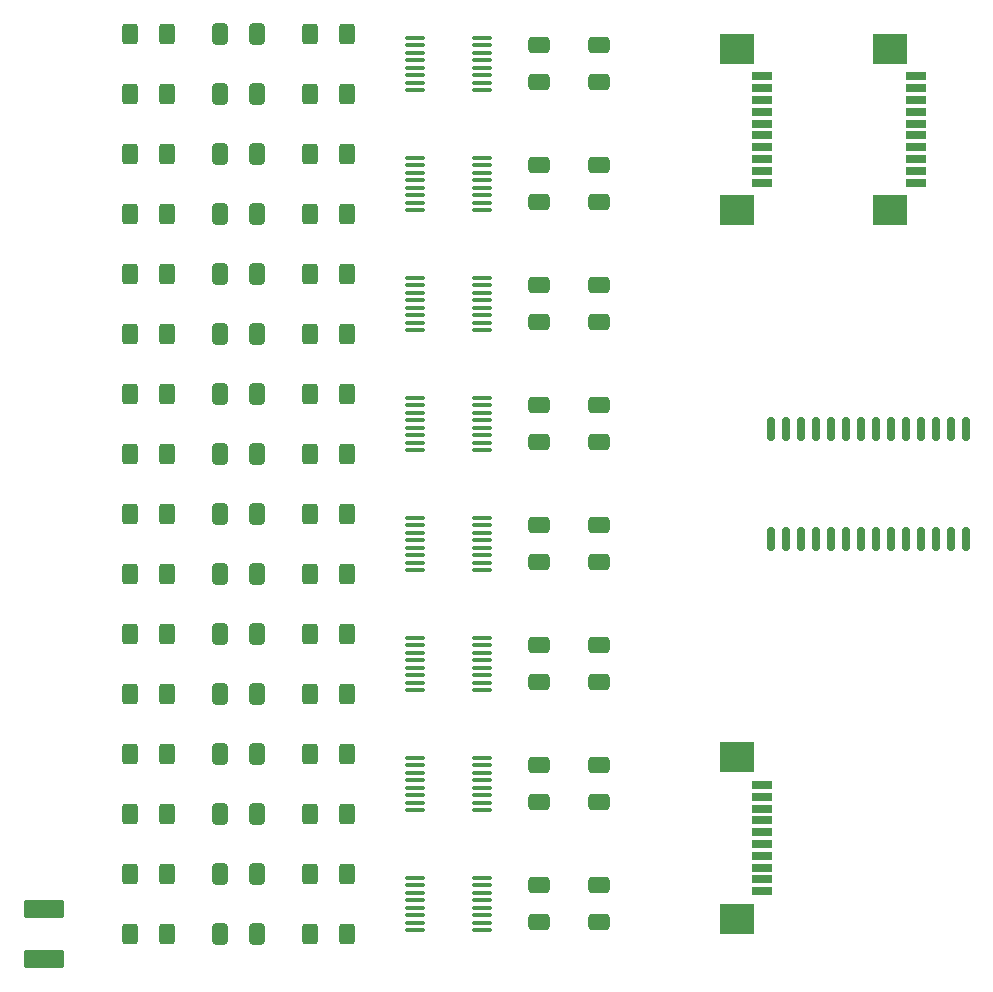
<source format=gbr>
%TF.GenerationSoftware,KiCad,Pcbnew,8.0.3-8.0.3-0~ubuntu22.04.1*%
%TF.CreationDate,2024-10-28T11:08:21+03:00*%
%TF.ProjectId,PM-DI16-DC24sink,504d2d44-4931-4362-9d44-43323473696e,rev?*%
%TF.SameCoordinates,Original*%
%TF.FileFunction,Paste,Top*%
%TF.FilePolarity,Positive*%
%FSLAX46Y46*%
G04 Gerber Fmt 4.6, Leading zero omitted, Abs format (unit mm)*
G04 Created by KiCad (PCBNEW 8.0.3-8.0.3-0~ubuntu22.04.1) date 2024-10-28 11:08:21*
%MOMM*%
%LPD*%
G01*
G04 APERTURE LIST*
G04 Aperture macros list*
%AMRoundRect*
0 Rectangle with rounded corners*
0 $1 Rounding radius*
0 $2 $3 $4 $5 $6 $7 $8 $9 X,Y pos of 4 corners*
0 Add a 4 corners polygon primitive as box body*
4,1,4,$2,$3,$4,$5,$6,$7,$8,$9,$2,$3,0*
0 Add four circle primitives for the rounded corners*
1,1,$1+$1,$2,$3*
1,1,$1+$1,$4,$5*
1,1,$1+$1,$6,$7*
1,1,$1+$1,$8,$9*
0 Add four rect primitives between the rounded corners*
20,1,$1+$1,$2,$3,$4,$5,0*
20,1,$1+$1,$4,$5,$6,$7,0*
20,1,$1+$1,$6,$7,$8,$9,0*
20,1,$1+$1,$8,$9,$2,$3,0*%
G04 Aperture macros list end*
%ADD10RoundRect,0.250000X-0.400000X-0.625000X0.400000X-0.625000X0.400000X0.625000X-0.400000X0.625000X0*%
%ADD11RoundRect,0.250000X-0.650000X0.412500X-0.650000X-0.412500X0.650000X-0.412500X0.650000X0.412500X0*%
%ADD12O,1.649999X0.399999*%
%ADD13RoundRect,0.250000X0.412500X0.650000X-0.412500X0.650000X-0.412500X-0.650000X0.412500X-0.650000X0*%
%ADD14R,1.803400X0.635000*%
%ADD15R,2.997200X2.590800*%
%ADD16RoundRect,0.150000X0.150000X-0.875000X0.150000X0.875000X-0.150000X0.875000X-0.150000X-0.875000X0*%
%ADD17RoundRect,0.250000X1.450000X-0.537500X1.450000X0.537500X-1.450000X0.537500X-1.450000X-0.537500X0*%
G04 APERTURE END LIST*
D10*
%TO.C,R9*%
X-11710000Y38100000D03*
X-8610000Y38100000D03*
%TD*%
D11*
%TO.C,C12*%
X12700000Y16802500D03*
X12700000Y13677500D03*
%TD*%
D12*
%TO.C,U4*%
X2825001Y13017500D03*
X2825001Y13652500D03*
X2825001Y14287500D03*
X2825001Y14922500D03*
X2825001Y15557500D03*
X2825001Y16192500D03*
X2825001Y16827500D03*
X2825001Y17462500D03*
X-2824998Y17462500D03*
X-2824998Y16827500D03*
X-2824998Y16192500D03*
X-2824998Y15557500D03*
X-2824998Y14922500D03*
X-2824998Y14287500D03*
X-2824998Y13652500D03*
X-2824998Y13017500D03*
%TD*%
D13*
%TO.C,C18*%
X-16217500Y-2540000D03*
X-19342500Y-2540000D03*
%TD*%
D10*
%TO.C,R28*%
X-11710000Y-17780000D03*
X-8610000Y-17780000D03*
%TD*%
%TO.C,R3*%
X-26950000Y27940000D03*
X-23850000Y27940000D03*
%TD*%
D13*
%TO.C,C3*%
X-16217500Y27940000D03*
X-19342500Y27940000D03*
%TD*%
D10*
%TO.C,R24*%
X-26950000Y-38100000D03*
X-23850000Y-38100000D03*
%TD*%
D13*
%TO.C,C7*%
X-16217500Y22860000D03*
X-19342500Y22860000D03*
%TD*%
D10*
%TO.C,R5*%
X-26950000Y17780000D03*
X-23850000Y17780000D03*
%TD*%
D11*
%TO.C,C29*%
X12700000Y-33997500D03*
X12700000Y-37122500D03*
%TD*%
D10*
%TO.C,R29*%
X-11710000Y-22860000D03*
X-8610000Y-22860000D03*
%TD*%
%TO.C,R8*%
X-26950000Y2540000D03*
X-23850000Y2540000D03*
%TD*%
D13*
%TO.C,C22*%
X-16217500Y-7620000D03*
X-19342500Y-7620000D03*
%TD*%
D11*
%TO.C,C28*%
X12700000Y-23837500D03*
X12700000Y-26962500D03*
%TD*%
D13*
%TO.C,C5*%
X-16217500Y7620000D03*
X-19342500Y7620000D03*
%TD*%
D11*
%TO.C,C17*%
X7620000Y6642500D03*
X7620000Y3517500D03*
%TD*%
D13*
%TO.C,C24*%
X-16217500Y-27940000D03*
X-19342500Y-27940000D03*
%TD*%
D10*
%TO.C,R20*%
X-26950000Y-17780000D03*
X-23850000Y-17780000D03*
%TD*%
%TO.C,R16*%
X-11710000Y2540000D03*
X-8610000Y2540000D03*
%TD*%
D14*
%TO.C,J3*%
X26556000Y34499991D03*
X26556000Y33499993D03*
X26556000Y32499995D03*
X26556000Y31499997D03*
X26556000Y30499999D03*
X26556000Y29500001D03*
X26556000Y28500003D03*
X26556000Y27500005D03*
X26556000Y26500007D03*
X26556000Y25500009D03*
D15*
X24385999Y36850002D03*
X24385999Y23149998D03*
%TD*%
D10*
%TO.C,R11*%
X-11710000Y27940000D03*
X-8610000Y27940000D03*
%TD*%
D12*
%TO.C,U8*%
X2825001Y-27622500D03*
X2825001Y-26987500D03*
X2825001Y-26352500D03*
X2825001Y-25717500D03*
X2825001Y-25082500D03*
X2825001Y-24447500D03*
X2825001Y-23812500D03*
X2825001Y-23177500D03*
X-2824998Y-23177500D03*
X-2824998Y-23812500D03*
X-2824998Y-24447500D03*
X-2824998Y-25082500D03*
X-2824998Y-25717500D03*
X-2824998Y-26352500D03*
X-2824998Y-26987500D03*
X-2824998Y-27622500D03*
%TD*%
D11*
%TO.C,C14*%
X7620000Y37122500D03*
X7620000Y33997500D03*
%TD*%
D10*
%TO.C,R1*%
X-26950000Y38100000D03*
X-23850000Y38100000D03*
%TD*%
D13*
%TO.C,C4*%
X-16217500Y17780000D03*
X-19342500Y17780000D03*
%TD*%
%TO.C,C20*%
X-16217500Y-22860000D03*
X-19342500Y-22860000D03*
%TD*%
D10*
%TO.C,R30*%
X-11710000Y-27940000D03*
X-8610000Y-27940000D03*
%TD*%
D11*
%TO.C,C31*%
X12700000Y-13677500D03*
X12700000Y-16802500D03*
%TD*%
D10*
%TO.C,R18*%
X-26950000Y-7620000D03*
X-23850000Y-7620000D03*
%TD*%
D13*
%TO.C,C2*%
X-16217500Y38100000D03*
X-19342500Y38100000D03*
%TD*%
D10*
%TO.C,R10*%
X-11710000Y33020000D03*
X-8610000Y33020000D03*
%TD*%
%TO.C,R17*%
X-26950000Y-2540000D03*
X-23850000Y-2540000D03*
%TD*%
D14*
%TO.C,J4*%
X26556000Y-25500009D03*
X26556000Y-26500007D03*
X26556000Y-27500005D03*
X26556000Y-28500003D03*
X26556000Y-29500001D03*
X26556000Y-30499999D03*
X26556000Y-31499997D03*
X26556000Y-32499995D03*
X26556000Y-33499993D03*
X26556000Y-34499991D03*
D15*
X24385999Y-23149998D03*
X24385999Y-36850002D03*
%TD*%
D12*
%TO.C,U7*%
X2825001Y-17462500D03*
X2825001Y-16827500D03*
X2825001Y-16192500D03*
X2825001Y-15557500D03*
X2825001Y-14922500D03*
X2825001Y-14287500D03*
X2825001Y-13652500D03*
X2825001Y-13017500D03*
X-2824998Y-13017500D03*
X-2824998Y-13652500D03*
X-2824998Y-14287500D03*
X-2824998Y-14922500D03*
X-2824998Y-15557500D03*
X-2824998Y-16192500D03*
X-2824998Y-16827500D03*
X-2824998Y-17462500D03*
%TD*%
D11*
%TO.C,C13*%
X12700000Y6642500D03*
X12700000Y3517500D03*
%TD*%
D16*
%TO.C,U10*%
X27305000Y-4650000D03*
X28575000Y-4650000D03*
X29845000Y-4650000D03*
X31115000Y-4650000D03*
X32385000Y-4650000D03*
X33655000Y-4650000D03*
X34925000Y-4650000D03*
X36195000Y-4650000D03*
X37465000Y-4650000D03*
X38735000Y-4650000D03*
X40005000Y-4650000D03*
X41275000Y-4650000D03*
X42545000Y-4650000D03*
X43815000Y-4650000D03*
X43815000Y4650000D03*
X42545000Y4650000D03*
X41275000Y4650000D03*
X40005000Y4650000D03*
X38735000Y4650000D03*
X37465000Y4650000D03*
X36195000Y4650000D03*
X34925000Y4650000D03*
X33655000Y4650000D03*
X32385000Y4650000D03*
X31115000Y4650000D03*
X29845000Y4650000D03*
X28575000Y4650000D03*
X27305000Y4650000D03*
%TD*%
D10*
%TO.C,R12*%
X-11710000Y22860000D03*
X-8610000Y22860000D03*
%TD*%
D13*
%TO.C,C8*%
X-16217500Y12700000D03*
X-19342500Y12700000D03*
%TD*%
D10*
%TO.C,R21*%
X-26950000Y-22860000D03*
X-23850000Y-22860000D03*
%TD*%
D13*
%TO.C,C21*%
X-16217500Y-33020000D03*
X-19342500Y-33020000D03*
%TD*%
D10*
%TO.C,R6*%
X-26950000Y12700000D03*
X-23850000Y12700000D03*
%TD*%
%TO.C,R26*%
X-11710000Y-7620000D03*
X-8610000Y-7620000D03*
%TD*%
D11*
%TO.C,C27*%
X7620000Y-13677500D03*
X7620000Y-16802500D03*
%TD*%
D10*
%TO.C,R4*%
X-26950000Y22860000D03*
X-23850000Y22860000D03*
%TD*%
D17*
%TO.C,C1*%
X-34290000Y-40237500D03*
X-34290000Y-35962500D03*
%TD*%
D10*
%TO.C,R2*%
X-26950000Y33020000D03*
X-23850000Y33020000D03*
%TD*%
%TO.C,R7*%
X-26950000Y7620000D03*
X-23850000Y7620000D03*
%TD*%
D11*
%TO.C,C15*%
X7620000Y26962500D03*
X7620000Y23837500D03*
%TD*%
D13*
%TO.C,C23*%
X-16217500Y-17780000D03*
X-19342500Y-17780000D03*
%TD*%
D10*
%TO.C,R32*%
X-11710000Y-38100000D03*
X-8610000Y-38100000D03*
%TD*%
D13*
%TO.C,C25*%
X-16217500Y-38100000D03*
X-19342500Y-38100000D03*
%TD*%
D11*
%TO.C,C32*%
X7620000Y-23837500D03*
X7620000Y-26962500D03*
%TD*%
%TO.C,C11*%
X12700000Y26962500D03*
X12700000Y23837500D03*
%TD*%
%TO.C,C10*%
X12700000Y37122500D03*
X12700000Y33997500D03*
%TD*%
D12*
%TO.C,U6*%
X2825001Y-7302500D03*
X2825001Y-6667500D03*
X2825001Y-6032500D03*
X2825001Y-5397500D03*
X2825001Y-4762500D03*
X2825001Y-4127500D03*
X2825001Y-3492500D03*
X2825001Y-2857500D03*
X-2824998Y-2857500D03*
X-2824998Y-3492500D03*
X-2824998Y-4127500D03*
X-2824998Y-4762500D03*
X-2824998Y-5397500D03*
X-2824998Y-6032500D03*
X-2824998Y-6667500D03*
X-2824998Y-7302500D03*
%TD*%
D11*
%TO.C,C16*%
X7620000Y16802500D03*
X7620000Y13677500D03*
%TD*%
D10*
%TO.C,R27*%
X-11710000Y-12700000D03*
X-8610000Y-12700000D03*
%TD*%
D13*
%TO.C,C9*%
X-16217500Y2540000D03*
X-19342500Y2540000D03*
%TD*%
D11*
%TO.C,C30*%
X7620000Y-3517500D03*
X7620000Y-6642500D03*
%TD*%
D12*
%TO.C,U3*%
X2825001Y23177500D03*
X2825001Y23812500D03*
X2825001Y24447500D03*
X2825001Y25082500D03*
X2825001Y25717500D03*
X2825001Y26352500D03*
X2825001Y26987500D03*
X2825001Y27622500D03*
X-2824998Y27622500D03*
X-2824998Y26987500D03*
X-2824998Y26352500D03*
X-2824998Y25717500D03*
X-2824998Y25082500D03*
X-2824998Y24447500D03*
X-2824998Y23812500D03*
X-2824998Y23177500D03*
%TD*%
D13*
%TO.C,C6*%
X-16217500Y33020000D03*
X-19342500Y33020000D03*
%TD*%
D10*
%TO.C,R15*%
X-11710000Y7620000D03*
X-8610000Y7620000D03*
%TD*%
D12*
%TO.C,U5*%
X2825001Y2857500D03*
X2825001Y3492500D03*
X2825001Y4127500D03*
X2825001Y4762500D03*
X2825001Y5397500D03*
X2825001Y6032500D03*
X2825001Y6667500D03*
X2825001Y7302500D03*
X-2824998Y7302500D03*
X-2824998Y6667500D03*
X-2824998Y6032500D03*
X-2824998Y5397500D03*
X-2824998Y4762500D03*
X-2824998Y4127500D03*
X-2824998Y3492500D03*
X-2824998Y2857500D03*
%TD*%
%TO.C,U9*%
X2825001Y-37782500D03*
X2825001Y-37147500D03*
X2825001Y-36512500D03*
X2825001Y-35877500D03*
X2825001Y-35242500D03*
X2825001Y-34607500D03*
X2825001Y-33972500D03*
X2825001Y-33337500D03*
X-2824998Y-33337500D03*
X-2824998Y-33972500D03*
X-2824998Y-34607500D03*
X-2824998Y-35242500D03*
X-2824998Y-35877500D03*
X-2824998Y-36512500D03*
X-2824998Y-37147500D03*
X-2824998Y-37782500D03*
%TD*%
%TO.C,U2*%
X2825001Y33337500D03*
X2825001Y33972500D03*
X2825001Y34607500D03*
X2825001Y35242500D03*
X2825001Y35877500D03*
X2825001Y36512500D03*
X2825001Y37147500D03*
X2825001Y37782500D03*
X-2824998Y37782500D03*
X-2824998Y37147500D03*
X-2824998Y36512500D03*
X-2824998Y35877500D03*
X-2824998Y35242500D03*
X-2824998Y34607500D03*
X-2824998Y33972500D03*
X-2824998Y33337500D03*
%TD*%
D14*
%TO.C,J2*%
X39556000Y34499991D03*
X39556000Y33499993D03*
X39556000Y32499995D03*
X39556000Y31499997D03*
X39556000Y30499999D03*
X39556000Y29500001D03*
X39556000Y28500003D03*
X39556000Y27500005D03*
X39556000Y26500007D03*
X39556000Y25500009D03*
D15*
X37385999Y36850002D03*
X37385999Y23149998D03*
%TD*%
D10*
%TO.C,R31*%
X-11710000Y-33020000D03*
X-8610000Y-33020000D03*
%TD*%
D11*
%TO.C,C33*%
X7620000Y-33997500D03*
X7620000Y-37122500D03*
%TD*%
D10*
%TO.C,R13*%
X-11710000Y17780000D03*
X-8610000Y17780000D03*
%TD*%
%TO.C,R25*%
X-11710000Y-2540000D03*
X-8610000Y-2540000D03*
%TD*%
%TO.C,R14*%
X-11710000Y12700000D03*
X-8610000Y12700000D03*
%TD*%
D11*
%TO.C,C26*%
X12700000Y-3517500D03*
X12700000Y-6642500D03*
%TD*%
D10*
%TO.C,R23*%
X-26950000Y-33020000D03*
X-23850000Y-33020000D03*
%TD*%
%TO.C,R19*%
X-26950000Y-12700000D03*
X-23850000Y-12700000D03*
%TD*%
%TO.C,R22*%
X-26950000Y-27940000D03*
X-23850000Y-27940000D03*
%TD*%
D13*
%TO.C,C19*%
X-16217500Y-12700000D03*
X-19342500Y-12700000D03*
%TD*%
M02*

</source>
